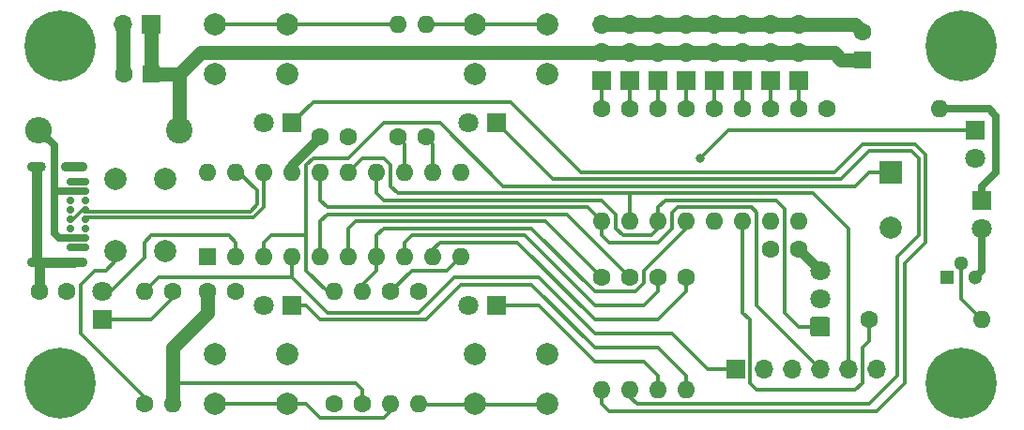
<source format=gbr>
%TF.GenerationSoftware,KiCad,Pcbnew,(5.1.10-1-10_14)*%
%TF.CreationDate,2021-05-17T23:03:08-04:00*%
%TF.ProjectId,UBMP4.1,55424d50-342e-4312-9e6b-696361645f70,0*%
%TF.SameCoordinates,Original*%
%TF.FileFunction,Copper,L2,Bot*%
%TF.FilePolarity,Positive*%
%FSLAX46Y46*%
G04 Gerber Fmt 4.6, Leading zero omitted, Abs format (unit mm)*
G04 Created by KiCad (PCBNEW (5.1.10-1-10_14)) date 2021-05-17 23:03:08*
%MOMM*%
%LPD*%
G01*
G04 APERTURE LIST*
%TA.AperFunction,ComponentPad*%
%ADD10R,1.800000X1.800000*%
%TD*%
%TA.AperFunction,ComponentPad*%
%ADD11C,1.800000*%
%TD*%
%TA.AperFunction,ComponentPad*%
%ADD12C,2.000000*%
%TD*%
%TA.AperFunction,ComponentPad*%
%ADD13R,2.000000X2.000000*%
%TD*%
%TA.AperFunction,ComponentPad*%
%ADD14O,1.600000X1.600000*%
%TD*%
%TA.AperFunction,ComponentPad*%
%ADD15C,1.600000*%
%TD*%
%TA.AperFunction,ComponentPad*%
%ADD16R,1.700000X1.700000*%
%TD*%
%TA.AperFunction,ComponentPad*%
%ADD17O,1.700000X1.700000*%
%TD*%
%TA.AperFunction,ComponentPad*%
%ADD18O,1.700000X0.900000*%
%TD*%
%TA.AperFunction,ComponentPad*%
%ADD19O,2.400000X0.900000*%
%TD*%
%TA.AperFunction,ComponentPad*%
%ADD20C,0.700000*%
%TD*%
%TA.AperFunction,ComponentPad*%
%ADD21R,1.600000X1.600000*%
%TD*%
%TA.AperFunction,ComponentPad*%
%ADD22R,1.300000X1.300000*%
%TD*%
%TA.AperFunction,ComponentPad*%
%ADD23C,1.300000*%
%TD*%
%TA.AperFunction,ComponentPad*%
%ADD24C,6.400000*%
%TD*%
%TA.AperFunction,ComponentPad*%
%ADD25O,2.400000X2.400000*%
%TD*%
%TA.AperFunction,ComponentPad*%
%ADD26C,2.400000*%
%TD*%
%TA.AperFunction,ViaPad*%
%ADD27C,0.812800*%
%TD*%
%TA.AperFunction,Conductor*%
%ADD28C,0.635000*%
%TD*%
%TA.AperFunction,Conductor*%
%ADD29C,1.270000*%
%TD*%
%TA.AperFunction,Conductor*%
%ADD30C,0.304800*%
%TD*%
%TA.AperFunction,Conductor*%
%ADD31C,0.889000*%
%TD*%
%TA.AperFunction,Conductor*%
%ADD32C,0.203200*%
%TD*%
G04 APERTURE END LIST*
D10*
%TO.P,D2,2*%
%TO.N,Net-(D2-Pad2)*%
X188595000Y-100330000D03*
D11*
%TO.P,D2,1*%
%TO.N,Net-(D2-Pad1)*%
X188595000Y-102870000D03*
%TD*%
D10*
%TO.P,D6,2*%
%TO.N,Net-(D6-Pad2)*%
X126365000Y-109855000D03*
D11*
%TO.P,D6,1*%
%TO.N,GND*%
X123825000Y-109855000D03*
%TD*%
D10*
%TO.P,D5,2*%
%TO.N,Net-(D5-Pad2)*%
X144780000Y-109855000D03*
D11*
%TO.P,D5,1*%
%TO.N,GND*%
X142240000Y-109855000D03*
%TD*%
D10*
%TO.P,D4,2*%
%TO.N,Net-(D4-Pad2)*%
X144780000Y-93345000D03*
D11*
%TO.P,D4,1*%
%TO.N,GND*%
X142240000Y-93345000D03*
%TD*%
D10*
%TO.P,D3,2*%
%TO.N,Net-(D3-Pad2)*%
X126365000Y-93345000D03*
D11*
%TO.P,D3,1*%
%TO.N,GND*%
X123825000Y-93345000D03*
%TD*%
D10*
%TO.P,D1,2*%
%TO.N,Net-(D1-Pad2)*%
X109220000Y-111125000D03*
D11*
%TO.P,D1,1*%
%TO.N,Net-(D1-Pad1)*%
X109220000Y-108585000D03*
%TD*%
D12*
%TO.P,LS1,2*%
%TO.N,GND*%
X180340000Y-102790000D03*
D13*
%TO.P,LS1,1*%
%TO.N,Net-(LS1-Pad1)*%
X180340000Y-97790000D03*
%TD*%
D14*
%TO.P,R9,2*%
%TO.N,Net-(D4-Pad2)*%
X156845000Y-117475000D03*
D15*
%TO.P,R9,1*%
%TO.N,Net-(R17-Pad2)*%
X156845000Y-107315000D03*
%TD*%
D14*
%TO.P,R11,2*%
%TO.N,Net-(D6-Pad2)*%
X161925000Y-117475000D03*
D15*
%TO.P,R11,1*%
%TO.N,Net-(R11-Pad1)*%
X161925000Y-107315000D03*
%TD*%
D16*
%TO.P,H9,1*%
%TO.N,/Vpp*%
X166370000Y-115570000D03*
D17*
%TO.P,H9,2*%
%TO.N,+5V*%
X168910000Y-115570000D03*
%TO.P,H9,3*%
%TO.N,GND*%
X171450000Y-115570000D03*
%TO.P,H9,4*%
%TO.N,Net-(H9-Pad4)*%
X173990000Y-115570000D03*
%TO.P,H9,5*%
%TO.N,Net-(H9-Pad5)*%
X176530000Y-115570000D03*
%TO.P,H9,6*%
%TO.N,Net-(H9-Pad6)*%
X179070000Y-115570000D03*
%TD*%
D14*
%TO.P,R19,2*%
%TO.N,Net-(R11-Pad1)*%
X172085000Y-102235000D03*
D15*
%TO.P,R19,1*%
%TO.N,Net-(H8-Pad1)*%
X172085000Y-92075000D03*
%TD*%
D14*
%TO.P,R18,2*%
%TO.N,Net-(R10-Pad1)*%
X169545000Y-102235000D03*
D15*
%TO.P,R18,1*%
%TO.N,Net-(H7-Pad1)*%
X169545000Y-92075000D03*
%TD*%
D14*
%TO.P,R17,2*%
%TO.N,Net-(R17-Pad2)*%
X167005000Y-102235000D03*
D15*
%TO.P,R17,1*%
%TO.N,Net-(H6-Pad1)*%
X167005000Y-92075000D03*
%TD*%
D14*
%TO.P,R16,2*%
%TO.N,Net-(R16-Pad2)*%
X164465000Y-102235000D03*
D15*
%TO.P,R16,1*%
%TO.N,Net-(H5-Pad1)*%
X164465000Y-92075000D03*
%TD*%
D18*
%TO.P,J1,S1*%
%TO.N,Net-(C3-Pad2)*%
X103336000Y-105928200D03*
X103336000Y-97278200D03*
D19*
X106716000Y-105928200D03*
X106716000Y-97278200D03*
D20*
%TO.P,J1,B6*%
%TO.N,/D+*%
X106346000Y-102028200D03*
%TO.P,J1,B1*%
%TO.N,GND*%
X106346000Y-104578200D03*
%TO.P,J1,B4*%
%TO.N,Net-(FB1-Pad2)*%
X106346000Y-103728200D03*
%TO.P,J1,B5*%
%TO.N,Net-(J1-PadB5)*%
X106346000Y-102878200D03*
%TO.P,J1,B12*%
%TO.N,GND*%
X106346000Y-98628200D03*
%TO.P,J1,B8*%
%TO.N,Net-(J1-PadB8)*%
X106346000Y-100328200D03*
%TO.P,J1,B7*%
%TO.N,/D-*%
X106346000Y-101178200D03*
%TO.P,J1,B9*%
%TO.N,Net-(FB1-Pad2)*%
X106346000Y-99478200D03*
%TO.P,J1,A12*%
%TO.N,GND*%
X107696000Y-104578200D03*
%TO.P,J1,A9*%
%TO.N,Net-(FB1-Pad2)*%
X107696000Y-103728200D03*
%TO.P,J1,A8*%
%TO.N,Net-(J1-PadA8)*%
X107696000Y-102878200D03*
%TO.P,J1,A7*%
%TO.N,/D-*%
X107696000Y-102028200D03*
%TO.P,J1,A6*%
%TO.N,/D+*%
X107696000Y-101178200D03*
%TO.P,J1,A5*%
%TO.N,Net-(J1-PadA5)*%
X107696000Y-100328200D03*
%TO.P,J1,A4*%
%TO.N,Net-(FB1-Pad2)*%
X107696000Y-99478200D03*
%TO.P,J1,A1*%
%TO.N,GND*%
X107696000Y-98628200D03*
%TD*%
D17*
%TO.P,BT1,2*%
%TO.N,GND*%
X111125000Y-84455000D03*
D16*
%TO.P,BT1,1*%
%TO.N,+5V*%
X113665000Y-84455000D03*
%TD*%
D12*
%TO.P,SW3,1*%
%TO.N,GND*%
X142875000Y-88955000D03*
%TO.P,SW3,2*%
%TO.N,Net-(R4-Pad2)*%
X142875000Y-84455000D03*
%TO.P,SW3,1*%
%TO.N,GND*%
X149375000Y-88955000D03*
%TO.P,SW3,2*%
%TO.N,Net-(R4-Pad2)*%
X149375000Y-84455000D03*
%TD*%
D11*
%TO.P,U2,3*%
%TO.N,+5V*%
X173990000Y-106680000D03*
%TO.P,U2,2*%
%TO.N,GND*%
X173990000Y-109220000D03*
%TO.P,U2,1*%
%TO.N,Net-(R14-Pad2)*%
%TA.AperFunction,ComponentPad*%
G36*
G01*
X174639800Y-112660000D02*
X173340200Y-112660000D01*
G75*
G02*
X173090000Y-112409800I0J250200D01*
G01*
X173090000Y-111110200D01*
G75*
G02*
X173340200Y-110860000I250200J0D01*
G01*
X174639800Y-110860000D01*
G75*
G02*
X174890000Y-111110200I0J-250200D01*
G01*
X174890000Y-112409800D01*
G75*
G02*
X174639800Y-112660000I-250200J0D01*
G01*
G37*
%TD.AperFunction*%
%TD*%
D14*
%TO.P,U1,20*%
%TO.N,GND*%
X118745000Y-97790000D03*
%TO.P,U1,10*%
%TO.N,Net-(R6-Pad1)*%
X141605000Y-105410000D03*
%TO.P,U1,19*%
%TO.N,/D+*%
X121285000Y-97790000D03*
%TO.P,U1,9*%
%TO.N,Net-(R11-Pad1)*%
X139065000Y-105410000D03*
%TO.P,U1,18*%
%TO.N,/D-*%
X123825000Y-97790000D03*
%TO.P,U1,8*%
%TO.N,Net-(R10-Pad1)*%
X136525000Y-105410000D03*
%TO.P,U1,17*%
%TO.N,Net-(C4-Pad1)*%
X126365000Y-97790000D03*
%TO.P,U1,7*%
%TO.N,Net-(Q1-Pad1)*%
X133985000Y-105410000D03*
%TO.P,U1,16*%
%TO.N,Net-(H9-Pad4)*%
X128905000Y-97790000D03*
%TO.P,U1,6*%
%TO.N,Net-(R16-Pad2)*%
X131445000Y-105410000D03*
%TO.P,U1,15*%
%TO.N,Net-(H9-Pad5)*%
X131445000Y-97790000D03*
%TO.P,U1,5*%
%TO.N,Net-(R17-Pad2)*%
X128905000Y-105410000D03*
%TO.P,U1,14*%
%TO.N,Net-(R14-Pad2)*%
X133985000Y-97790000D03*
%TO.P,U1,4*%
%TO.N,/Vpp*%
X126365000Y-105410000D03*
%TO.P,U1,13*%
%TO.N,Net-(R3-Pad1)*%
X136525000Y-97790000D03*
%TO.P,U1,3*%
%TO.N,Net-(LS1-Pad1)*%
X123825000Y-105410000D03*
%TO.P,U1,12*%
%TO.N,Net-(R4-Pad1)*%
X139065000Y-97790000D03*
%TO.P,U1,2*%
%TO.N,Net-(D1-Pad1)*%
X121285000Y-105410000D03*
%TO.P,U1,11*%
%TO.N,Net-(R5-Pad1)*%
X141605000Y-97790000D03*
D21*
%TO.P,U1,1*%
%TO.N,+5V*%
X118745000Y-105410000D03*
%TD*%
D12*
%TO.P,SW5,1*%
%TO.N,GND*%
X125880000Y-114245000D03*
%TO.P,SW5,2*%
%TO.N,Net-(R6-Pad2)*%
X125880000Y-118745000D03*
%TO.P,SW5,1*%
%TO.N,GND*%
X119380000Y-114245000D03*
%TO.P,SW5,2*%
%TO.N,Net-(R6-Pad2)*%
X119380000Y-118745000D03*
%TD*%
%TO.P,SW4,1*%
%TO.N,GND*%
X149375000Y-114245000D03*
%TO.P,SW4,2*%
%TO.N,Net-(R5-Pad2)*%
X149375000Y-118745000D03*
%TO.P,SW4,1*%
%TO.N,GND*%
X142875000Y-114245000D03*
%TO.P,SW4,2*%
%TO.N,Net-(R5-Pad2)*%
X142875000Y-118745000D03*
%TD*%
%TO.P,SW2,1*%
%TO.N,GND*%
X119380000Y-88955000D03*
%TO.P,SW2,2*%
%TO.N,Net-(R3-Pad2)*%
X119380000Y-84455000D03*
%TO.P,SW2,1*%
%TO.N,GND*%
X125880000Y-88955000D03*
%TO.P,SW2,2*%
%TO.N,Net-(R3-Pad2)*%
X125880000Y-84455000D03*
%TD*%
%TO.P,SW1,1*%
%TO.N,GND*%
X114935000Y-104925000D03*
%TO.P,SW1,2*%
%TO.N,Net-(R1-Pad1)*%
X110435000Y-104925000D03*
%TO.P,SW1,1*%
%TO.N,GND*%
X114935000Y-98425000D03*
%TO.P,SW1,2*%
%TO.N,Net-(R1-Pad1)*%
X110435000Y-98425000D03*
%TD*%
D14*
%TO.P,R21,2*%
%TO.N,Net-(Q2-Pad2)*%
X188595000Y-111125000D03*
D15*
%TO.P,R21,1*%
%TO.N,Net-(R17-Pad2)*%
X178435000Y-111125000D03*
%TD*%
D14*
%TO.P,R22,2*%
%TO.N,Net-(D2-Pad2)*%
X184785000Y-92075000D03*
D15*
%TO.P,R22,1*%
%TO.N,+5V*%
X174625000Y-92075000D03*
%TD*%
D14*
%TO.P,R20,2*%
%TO.N,Net-(LS1-Pad1)*%
X130175000Y-108585000D03*
D15*
%TO.P,R20,1*%
%TO.N,GND*%
X130175000Y-118745000D03*
%TD*%
D14*
%TO.P,R15,2*%
%TO.N,Net-(Q1-Pad1)*%
X161925000Y-102235000D03*
D15*
%TO.P,R15,1*%
%TO.N,Net-(H4-Pad1)*%
X161925000Y-92075000D03*
%TD*%
D14*
%TO.P,R14,2*%
%TO.N,Net-(R14-Pad2)*%
X159385000Y-102235000D03*
D15*
%TO.P,R14,1*%
%TO.N,Net-(H3-Pad1)*%
X159385000Y-92075000D03*
%TD*%
D14*
%TO.P,R13,2*%
%TO.N,Net-(H9-Pad5)*%
X156845000Y-102235000D03*
D15*
%TO.P,R13,1*%
%TO.N,Net-(H2-Pad1)*%
X156845000Y-92075000D03*
%TD*%
D14*
%TO.P,R12,2*%
%TO.N,Net-(H9-Pad4)*%
X154305000Y-102235000D03*
D15*
%TO.P,R12,1*%
%TO.N,Net-(H1-Pad1)*%
X154305000Y-92075000D03*
%TD*%
D14*
%TO.P,R10,2*%
%TO.N,Net-(D5-Pad2)*%
X159385000Y-117475000D03*
D15*
%TO.P,R10,1*%
%TO.N,Net-(R10-Pad1)*%
X159385000Y-107315000D03*
%TD*%
D14*
%TO.P,R8,2*%
%TO.N,Net-(D3-Pad2)*%
X154305000Y-117475000D03*
D15*
%TO.P,R8,1*%
%TO.N,Net-(R16-Pad2)*%
X154305000Y-107315000D03*
%TD*%
D14*
%TO.P,R7,2*%
%TO.N,Net-(Q1-Pad1)*%
X132715000Y-108585000D03*
D15*
%TO.P,R7,1*%
%TO.N,+5V*%
X132715000Y-118745000D03*
%TD*%
D14*
%TO.P,R6,2*%
%TO.N,Net-(R6-Pad2)*%
X135255000Y-118745000D03*
D15*
%TO.P,R6,1*%
%TO.N,Net-(R6-Pad1)*%
X135255000Y-108585000D03*
%TD*%
D14*
%TO.P,R5,2*%
%TO.N,Net-(R5-Pad2)*%
X137795000Y-118745000D03*
D15*
%TO.P,R5,1*%
%TO.N,Net-(R5-Pad1)*%
X137795000Y-108585000D03*
%TD*%
D14*
%TO.P,R4,2*%
%TO.N,Net-(R4-Pad2)*%
X138430000Y-84455000D03*
D15*
%TO.P,R4,1*%
%TO.N,Net-(R4-Pad1)*%
X138430000Y-94615000D03*
%TD*%
D14*
%TO.P,R3,2*%
%TO.N,Net-(R3-Pad2)*%
X135890000Y-84455000D03*
D15*
%TO.P,R3,1*%
%TO.N,Net-(R3-Pad1)*%
X135890000Y-94615000D03*
%TD*%
D14*
%TO.P,R2,2*%
%TO.N,+5V*%
X115570000Y-118745000D03*
D15*
%TO.P,R2,1*%
%TO.N,Net-(D1-Pad2)*%
X115570000Y-108585000D03*
%TD*%
D14*
%TO.P,R1,2*%
%TO.N,/Vpp*%
X113030000Y-108585000D03*
D15*
%TO.P,R1,1*%
%TO.N,Net-(R1-Pad1)*%
X113030000Y-118745000D03*
%TD*%
D22*
%TO.P,Q2,1*%
%TO.N,GND*%
X185420000Y-107315000D03*
D23*
%TO.P,Q2,3*%
%TO.N,Net-(D2-Pad1)*%
X187960000Y-107315000D03*
%TO.P,Q2,2*%
%TO.N,Net-(Q2-Pad2)*%
X186690000Y-106045000D03*
%TD*%
D11*
%TO.P,Q1,2*%
%TO.N,GND*%
X187960000Y-96520000D03*
D10*
%TO.P,Q1,1*%
%TO.N,Net-(Q1-Pad1)*%
X187960000Y-93980000D03*
%TD*%
D24*
%TO.P,MH4,1*%
%TO.N,N/C*%
X105410000Y-116840000D03*
%TD*%
%TO.P,MH3,1*%
%TO.N,N/C*%
X186690000Y-116840000D03*
%TD*%
%TO.P,MH2,1*%
%TO.N,N/C*%
X186690000Y-86360000D03*
%TD*%
%TO.P,MH1,1*%
%TO.N,N/C*%
X105410000Y-86360000D03*
%TD*%
D17*
%TO.P,H8,3*%
%TO.N,GND*%
X172085000Y-84455000D03*
%TO.P,H8,2*%
%TO.N,+5V*%
X172085000Y-86995000D03*
D16*
%TO.P,H8,1*%
%TO.N,Net-(H8-Pad1)*%
X172085000Y-89535000D03*
%TD*%
D17*
%TO.P,H7,3*%
%TO.N,GND*%
X169545000Y-84455000D03*
%TO.P,H7,2*%
%TO.N,+5V*%
X169545000Y-86995000D03*
D16*
%TO.P,H7,1*%
%TO.N,Net-(H7-Pad1)*%
X169545000Y-89535000D03*
%TD*%
D17*
%TO.P,H6,3*%
%TO.N,GND*%
X167005000Y-84455000D03*
%TO.P,H6,2*%
%TO.N,+5V*%
X167005000Y-86995000D03*
D16*
%TO.P,H6,1*%
%TO.N,Net-(H6-Pad1)*%
X167005000Y-89535000D03*
%TD*%
D17*
%TO.P,H5,3*%
%TO.N,GND*%
X164465000Y-84455000D03*
%TO.P,H5,2*%
%TO.N,+5V*%
X164465000Y-86995000D03*
D16*
%TO.P,H5,1*%
%TO.N,Net-(H5-Pad1)*%
X164465000Y-89535000D03*
%TD*%
D17*
%TO.P,H4,3*%
%TO.N,GND*%
X161925000Y-84455000D03*
%TO.P,H4,2*%
%TO.N,+5V*%
X161925000Y-86995000D03*
D16*
%TO.P,H4,1*%
%TO.N,Net-(H4-Pad1)*%
X161925000Y-89535000D03*
%TD*%
D17*
%TO.P,H3,3*%
%TO.N,GND*%
X159385000Y-84455000D03*
%TO.P,H3,2*%
%TO.N,+5V*%
X159385000Y-86995000D03*
D16*
%TO.P,H3,1*%
%TO.N,Net-(H3-Pad1)*%
X159385000Y-89535000D03*
%TD*%
D17*
%TO.P,H2,3*%
%TO.N,GND*%
X156845000Y-84455000D03*
%TO.P,H2,2*%
%TO.N,+5V*%
X156845000Y-86995000D03*
D16*
%TO.P,H2,1*%
%TO.N,Net-(H2-Pad1)*%
X156845000Y-89535000D03*
%TD*%
D17*
%TO.P,H1,3*%
%TO.N,GND*%
X154305000Y-84455000D03*
%TO.P,H1,2*%
%TO.N,+5V*%
X154305000Y-86995000D03*
D16*
%TO.P,H1,1*%
%TO.N,Net-(H1-Pad1)*%
X154305000Y-89535000D03*
%TD*%
D25*
%TO.P,FB1,2*%
%TO.N,Net-(FB1-Pad2)*%
X103505000Y-93980000D03*
D26*
%TO.P,FB1,1*%
%TO.N,+5V*%
X116205000Y-93980000D03*
%TD*%
D15*
%TO.P,C6,2*%
%TO.N,GND*%
X177800000Y-85130000D03*
D21*
%TO.P,C6,1*%
%TO.N,+5V*%
X177800000Y-87630000D03*
%TD*%
D15*
%TO.P,C5,2*%
%TO.N,GND*%
X169545000Y-104775000D03*
%TO.P,C5,1*%
%TO.N,+5V*%
X172045000Y-104775000D03*
%TD*%
%TO.P,C4,2*%
%TO.N,GND*%
X131405000Y-94615000D03*
%TO.P,C4,1*%
%TO.N,Net-(C4-Pad1)*%
X128905000Y-94615000D03*
%TD*%
%TO.P,C3,2*%
%TO.N,Net-(C3-Pad2)*%
X103545000Y-108585000D03*
%TO.P,C3,1*%
%TO.N,GND*%
X106045000Y-108585000D03*
%TD*%
%TO.P,C2,2*%
%TO.N,GND*%
X121245000Y-108585000D03*
%TO.P,C2,1*%
%TO.N,+5V*%
X118745000Y-108585000D03*
%TD*%
%TO.P,C1,2*%
%TO.N,GND*%
X111165000Y-88900000D03*
D21*
%TO.P,C1,1*%
%TO.N,+5V*%
X113665000Y-88900000D03*
%TD*%
D27*
%TO.N,Net-(Q1-Pad1)*%
X163195000Y-96520000D03*
%TD*%
D28*
%TO.N,GND*%
X107696000Y-104578200D02*
X106346000Y-104578200D01*
X107696000Y-98628200D02*
X106346000Y-98628200D01*
D29*
X154305000Y-84455000D02*
X156845000Y-84455000D01*
X156845000Y-84455000D02*
X159385000Y-84455000D01*
X159385000Y-84455000D02*
X161925000Y-84455000D01*
X161925000Y-84455000D02*
X164465000Y-84455000D01*
X164465000Y-84455000D02*
X167005000Y-84455000D01*
X167005000Y-84455000D02*
X169545000Y-84455000D01*
X169545000Y-84455000D02*
X172085000Y-84455000D01*
X177125000Y-84455000D02*
X177800000Y-85130000D01*
X172085000Y-84455000D02*
X177125000Y-84455000D01*
D30*
X111125000Y-88860000D02*
X111165000Y-88900000D01*
D29*
X111125000Y-84455000D02*
X111125000Y-88860000D01*
%TO.N,+5V*%
X113665000Y-88900000D02*
X115570000Y-88900000D01*
X113665000Y-84455000D02*
X113665000Y-88900000D01*
D30*
X132080000Y-116840000D02*
X116205000Y-116840000D01*
D29*
X115570000Y-88900000D02*
X116205000Y-88900000D01*
X116205000Y-88900000D02*
X116205000Y-93980000D01*
X175895000Y-87630000D02*
X177800000Y-87630000D01*
X175260000Y-86995000D02*
X175895000Y-87630000D01*
X175260000Y-86995000D02*
X172085000Y-86995000D01*
X172085000Y-86995000D02*
X169545000Y-86995000D01*
X169545000Y-86995000D02*
X167005000Y-86995000D01*
X167005000Y-86995000D02*
X164465000Y-86995000D01*
X164465000Y-86995000D02*
X161925000Y-86995000D01*
X161925000Y-86995000D02*
X159385000Y-86995000D01*
X159385000Y-86995000D02*
X156845000Y-86995000D01*
X156845000Y-86995000D02*
X154305000Y-86995000D01*
X118110000Y-86995000D02*
X116205000Y-88900000D01*
X154305000Y-86995000D02*
X118110000Y-86995000D01*
X115570000Y-116840000D02*
X115570000Y-118745000D01*
X115570000Y-113665000D02*
X115570000Y-116840000D01*
X118745000Y-110490000D02*
X115570000Y-113665000D01*
X118745000Y-108585000D02*
X118745000Y-110490000D01*
D30*
X132080000Y-116840000D02*
X132715000Y-117475000D01*
X132715000Y-117475000D02*
X132715000Y-118745000D01*
D31*
X172085000Y-104775000D02*
X173990000Y-106680000D01*
D28*
X172045000Y-104775000D02*
X172085000Y-104775000D01*
D30*
%TO.N,Net-(C3-Pad2)*%
X103331000Y-105933200D02*
X103336000Y-105928200D01*
D31*
X103336000Y-105928200D02*
X106716000Y-105928200D01*
X103336000Y-97278200D02*
X103336000Y-105928200D01*
X103291000Y-105973200D02*
X103336000Y-105928200D01*
X103545000Y-108585000D02*
X103545000Y-105973200D01*
%TO.N,Net-(C4-Pad1)*%
X126365000Y-97155000D02*
X126365000Y-97790000D01*
X128905000Y-94615000D02*
X126365000Y-97155000D01*
D30*
%TO.N,Net-(D1-Pad2)*%
X113665000Y-111125000D02*
X109220000Y-111125000D01*
X116205000Y-108585000D02*
X113665000Y-111125000D01*
%TO.N,Net-(D1-Pad1)*%
X121285000Y-104140000D02*
X121285000Y-105410000D01*
X113665000Y-103505000D02*
X120650000Y-103505000D01*
X109220000Y-108585000D02*
X109079399Y-108444399D01*
X113030000Y-105508145D02*
X113030000Y-104140000D01*
X120650000Y-103505000D02*
X121285000Y-104140000D01*
X110093746Y-108444399D02*
X113030000Y-105508145D01*
X109079399Y-108444399D02*
X110093746Y-108444399D01*
X113030000Y-104140000D02*
X113665000Y-103505000D01*
D28*
%TO.N,Net-(D2-Pad2)*%
X189865000Y-97790000D02*
X188595000Y-99060000D01*
X189865000Y-92710000D02*
X189865000Y-97790000D01*
X188595000Y-99060000D02*
X188595000Y-100330000D01*
X189230000Y-92075000D02*
X189865000Y-92710000D01*
X184785000Y-92075000D02*
X189230000Y-92075000D01*
%TO.N,Net-(D2-Pad1)*%
X188595000Y-102870000D02*
X188595000Y-106680000D01*
X188595000Y-106680000D02*
X187960000Y-107315000D01*
D30*
%TO.N,Net-(D3-Pad2)*%
X154305000Y-118745000D02*
X154305000Y-117475000D01*
X154940000Y-119380000D02*
X154305000Y-118745000D01*
X179070000Y-119380000D02*
X154940000Y-119380000D01*
X181610000Y-116840000D02*
X179070000Y-119380000D01*
X183515000Y-104140000D02*
X181610000Y-106045000D01*
X183515000Y-96202500D02*
X183515000Y-104140000D01*
X182562500Y-95250000D02*
X183515000Y-96202500D01*
X126365000Y-93345000D02*
X128270000Y-91440000D01*
X146050000Y-91440000D02*
X152400000Y-97790000D01*
X175260000Y-97790000D02*
X177800000Y-95250000D01*
X177800000Y-95250000D02*
X182562500Y-95250000D01*
X128270000Y-91440000D02*
X146050000Y-91440000D01*
X152400000Y-97790000D02*
X175260000Y-97790000D01*
X181610000Y-106045000D02*
X181610000Y-116840000D01*
%TO.N,Net-(D4-Pad2)*%
X178435000Y-118745000D02*
X157480000Y-118745000D01*
X180975000Y-116205000D02*
X178435000Y-118745000D01*
X180975000Y-105410000D02*
X180975000Y-116205000D01*
X182880000Y-103505000D02*
X180975000Y-105410000D01*
X149860000Y-98425000D02*
X175895000Y-98425000D01*
X182880000Y-96520000D02*
X182880000Y-103505000D01*
X182245000Y-95885000D02*
X182880000Y-96520000D01*
X156845000Y-118110000D02*
X156845000Y-117475000D01*
X144780000Y-93345000D02*
X149860000Y-98425000D01*
X178435000Y-95885000D02*
X182245000Y-95885000D01*
X175895000Y-98425000D02*
X178435000Y-95885000D01*
X157480000Y-118745000D02*
X156845000Y-118110000D01*
%TO.N,Net-(D5-Pad2)*%
X158115000Y-114935000D02*
X159385000Y-116205000D01*
X159385000Y-116205000D02*
X159385000Y-117475000D01*
X148590000Y-109855000D02*
X153670000Y-114935000D01*
X153670000Y-114935000D02*
X158115000Y-114935000D01*
X144780000Y-109855000D02*
X148590000Y-109855000D01*
%TO.N,Net-(D6-Pad2)*%
X127635000Y-109855000D02*
X126365000Y-109855000D01*
X141605000Y-107950000D02*
X138430000Y-111125000D01*
X128905000Y-111125000D02*
X127635000Y-109855000D01*
X147955000Y-107950000D02*
X141605000Y-107950000D01*
X138430000Y-111125000D02*
X128905000Y-111125000D01*
X153670000Y-113665000D02*
X147955000Y-107950000D01*
X159385000Y-113665000D02*
X153670000Y-113665000D01*
X161925000Y-116205000D02*
X159385000Y-113665000D01*
X161925000Y-117475000D02*
X161925000Y-116205000D01*
D28*
%TO.N,Net-(FB1-Pad2)*%
X105303000Y-103728200D02*
X106346000Y-103728200D01*
X104902000Y-103327200D02*
X105303000Y-103728200D01*
X106346000Y-103728200D02*
X107696000Y-103728200D01*
X106346000Y-99478200D02*
X107696000Y-99478200D01*
X106346000Y-99478200D02*
X104913800Y-99478200D01*
X104913800Y-99478200D02*
X104902000Y-99466400D01*
X104902000Y-99466400D02*
X104902000Y-103327200D01*
X104902000Y-98552000D02*
X104902000Y-99466400D01*
X104902000Y-95377000D02*
X104902000Y-98552000D01*
X103505000Y-93980000D02*
X104902000Y-95377000D01*
X103251000Y-93980000D02*
X103505000Y-93980000D01*
D30*
%TO.N,Net-(H1-Pad1)*%
X154305000Y-89535000D02*
X154305000Y-92075000D01*
%TO.N,Net-(H2-Pad1)*%
X156845000Y-89535000D02*
X156845000Y-92075000D01*
%TO.N,Net-(H3-Pad1)*%
X159385000Y-89535000D02*
X159385000Y-92075000D01*
%TO.N,Net-(H4-Pad1)*%
X161925000Y-89535000D02*
X161925000Y-92075000D01*
%TO.N,Net-(H5-Pad1)*%
X164465000Y-89535000D02*
X164465000Y-92075000D01*
%TO.N,Net-(H6-Pad1)*%
X167005000Y-89535000D02*
X167005000Y-92075000D01*
%TO.N,Net-(H7-Pad1)*%
X169545000Y-89535000D02*
X169545000Y-92075000D01*
%TO.N,Net-(H8-Pad1)*%
X172085000Y-89535000D02*
X172085000Y-92075000D01*
%TO.N,Net-(H9-Pad5)*%
X156845000Y-99695000D02*
X173355000Y-99695000D01*
X173355000Y-99695000D02*
X176530000Y-102870000D01*
X176530000Y-102870000D02*
X176530000Y-115570000D01*
X156845000Y-99695000D02*
X156845000Y-102235000D01*
X156845000Y-99695000D02*
X135890000Y-99695000D01*
X156845000Y-101600000D02*
X156845000Y-102235000D01*
X135890000Y-99695000D02*
X139065000Y-99695000D01*
X131445000Y-97790000D02*
X132715000Y-96520000D01*
X132715000Y-96520000D02*
X134620000Y-96520000D01*
X134620000Y-96520000D02*
X135255000Y-97155000D01*
X135255000Y-97155000D02*
X135255000Y-99060000D01*
X135255000Y-99060000D02*
X135890000Y-99695000D01*
%TO.N,Net-(H9-Pad4)*%
X168275000Y-109855000D02*
X172085000Y-113665000D01*
X172085000Y-113665000D02*
X173990000Y-115570000D01*
X167822553Y-100965000D02*
X168275000Y-101417447D01*
X161107447Y-100965000D02*
X167822553Y-100965000D01*
X168275000Y-101417447D02*
X168275000Y-109855000D01*
X154305000Y-103505000D02*
X154940000Y-104140000D01*
X154940000Y-104140000D02*
X159385000Y-104140000D01*
X159385000Y-104140000D02*
X160655000Y-102870000D01*
X160655000Y-102870000D02*
X160655000Y-101417447D01*
X160655000Y-101417447D02*
X161107447Y-100965000D01*
X154305000Y-102235000D02*
X154305000Y-103505000D01*
X153035000Y-100965000D02*
X154305000Y-102235000D01*
X129540000Y-100965000D02*
X153035000Y-100965000D01*
X128905000Y-100330000D02*
X129540000Y-100965000D01*
X128905000Y-97790000D02*
X128905000Y-100330000D01*
%TO.N,/Vpp*%
X126365000Y-107315000D02*
X126365000Y-105410000D01*
X126365000Y-107315000D02*
X114300000Y-107315000D01*
X114300000Y-107315000D02*
X113030000Y-108585000D01*
X163830000Y-115570000D02*
X166370000Y-115570000D01*
X137795000Y-110490000D02*
X140970000Y-107315000D01*
X160655000Y-112395000D02*
X163830000Y-115570000D01*
X140970000Y-107315000D02*
X148590000Y-107315000D01*
X129540000Y-110490000D02*
X137795000Y-110490000D01*
X148590000Y-107315000D02*
X153670000Y-112395000D01*
X153670000Y-112395000D02*
X160655000Y-112395000D01*
X126365000Y-107315000D02*
X129540000Y-110490000D01*
%TO.N,Net-(LS1-Pad1)*%
X123825000Y-105410000D02*
X123825000Y-104140000D01*
X124460000Y-103505000D02*
X127635000Y-103505000D01*
X123825000Y-104140000D02*
X124460000Y-103505000D01*
X127635000Y-106680000D02*
X129540000Y-108585000D01*
X127635000Y-103505000D02*
X127635000Y-106680000D01*
X130175000Y-108585000D02*
X129540000Y-108585000D01*
X145415000Y-99060000D02*
X177165000Y-99060000D01*
X134620000Y-93345000D02*
X139700000Y-93345000D01*
X131445000Y-96520000D02*
X134620000Y-93345000D01*
X177165000Y-99060000D02*
X178435000Y-97790000D01*
X139700000Y-93345000D02*
X145415000Y-99060000D01*
X128270000Y-96520000D02*
X131445000Y-96520000D01*
X178435000Y-97790000D02*
X180340000Y-97790000D01*
X127635000Y-97155000D02*
X128270000Y-96520000D01*
X127635000Y-103505000D02*
X127635000Y-97155000D01*
%TO.N,Net-(Q1-Pad1)*%
X133985000Y-106680000D02*
X132715000Y-107950000D01*
X132715000Y-107950000D02*
X132715000Y-108585000D01*
X133985000Y-105410000D02*
X133985000Y-106680000D01*
X165735000Y-93980000D02*
X163195000Y-96520000D01*
X187960000Y-93980000D02*
X165735000Y-93980000D01*
X161925000Y-102870000D02*
X161925000Y-102235000D01*
X158115000Y-106680000D02*
X161925000Y-102870000D01*
X158115000Y-107835601D02*
X158115000Y-106680000D01*
X153670000Y-108585000D02*
X157365601Y-108585000D01*
X147955000Y-102870000D02*
X153670000Y-108585000D01*
X133985000Y-105410000D02*
X133985000Y-103505000D01*
X134620000Y-102870000D02*
X147955000Y-102870000D01*
X157365601Y-108585000D02*
X158115000Y-107835601D01*
X133985000Y-103505000D02*
X134620000Y-102870000D01*
%TO.N,Net-(Q2-Pad2)*%
X186690000Y-106045000D02*
X186690000Y-109220000D01*
X186690000Y-109220000D02*
X188595000Y-111125000D01*
%TO.N,Net-(R1-Pad1)*%
X113030000Y-118110000D02*
X113030000Y-118745000D01*
X107315000Y-112395000D02*
X113030000Y-118110000D01*
X110435000Y-104925000D02*
X110435000Y-105782500D01*
X107315000Y-107950000D02*
X107315000Y-112395000D01*
X108585000Y-106680000D02*
X107315000Y-107950000D01*
X109537500Y-106680000D02*
X108585000Y-106680000D01*
X110435000Y-105782500D02*
X109537500Y-106680000D01*
%TO.N,Net-(R3-Pad2)*%
X136470000Y-84400000D02*
X136525000Y-84455000D01*
X135890000Y-84455000D02*
X125880000Y-84455000D01*
X125880000Y-84455000D02*
X119380000Y-84455000D01*
%TO.N,Net-(R3-Pad1)*%
X135890000Y-94615000D02*
X136525000Y-95250000D01*
X136525000Y-95250000D02*
X136525000Y-97790000D01*
%TO.N,Net-(R4-Pad2)*%
X149375000Y-84455000D02*
X142875000Y-84455000D01*
X138430000Y-84455000D02*
X142875000Y-84455000D01*
%TO.N,Net-(R4-Pad1)*%
X138430000Y-94615000D02*
X139065000Y-95250000D01*
X139065000Y-95250000D02*
X139065000Y-97790000D01*
%TO.N,Net-(R5-Pad2)*%
X149375000Y-118800000D02*
X142875000Y-118800000D01*
X138485000Y-118800000D02*
X138430000Y-118745000D01*
X142875000Y-118800000D02*
X138485000Y-118800000D01*
%TO.N,Net-(R6-Pad2)*%
X119380000Y-118745000D02*
X125880000Y-118745000D01*
X128905000Y-120015000D02*
X134620000Y-120015000D01*
X127635000Y-118745000D02*
X128905000Y-120015000D01*
X125880000Y-118745000D02*
X127635000Y-118745000D01*
X134620000Y-120015000D02*
X135255000Y-119380000D01*
X135255000Y-119380000D02*
X135255000Y-118745000D01*
%TO.N,Net-(R6-Pad1)*%
X137160000Y-106680000D02*
X135255000Y-108585000D01*
X140335000Y-106680000D02*
X137160000Y-106680000D01*
X141605000Y-105410000D02*
X140335000Y-106680000D01*
%TO.N,Net-(R14-Pad2)*%
X172085000Y-111760000D02*
X173990000Y-111760000D01*
X154305000Y-100330000D02*
X155575000Y-101600000D01*
X159385000Y-102870000D02*
X159385000Y-102235000D01*
X133985000Y-99695000D02*
X134620000Y-100330000D01*
X134620000Y-100330000D02*
X154305000Y-100330000D01*
X155575000Y-101600000D02*
X155575000Y-102870000D01*
X133985000Y-97790000D02*
X133985000Y-99695000D01*
X155575000Y-102870000D02*
X156210000Y-103505000D01*
X156210000Y-103505000D02*
X158750000Y-103505000D01*
X158750000Y-103505000D02*
X159385000Y-102870000D01*
X160020000Y-100330000D02*
X170045053Y-100330000D01*
X170815000Y-101099947D02*
X170815000Y-110490000D01*
X159385000Y-102235000D02*
X159385000Y-100965000D01*
X170045053Y-100330000D02*
X170815000Y-101099947D01*
X159385000Y-100965000D02*
X160020000Y-100330000D01*
X170815000Y-110490000D02*
X172085000Y-111760000D01*
%TO.N,/D+*%
X107457453Y-101178200D02*
X107696000Y-101178200D01*
X106346000Y-102028200D02*
X106607453Y-102028200D01*
X106607453Y-102028200D02*
X107457453Y-101178200D01*
X121539000Y-97790000D02*
X121285000Y-97790000D01*
X123190000Y-99441000D02*
X121539000Y-97790000D01*
X123190000Y-100711000D02*
X123190000Y-99441000D01*
X107841600Y-101323800D02*
X122577200Y-101323800D01*
X122577200Y-101323800D02*
X123190000Y-100711000D01*
X107696000Y-101178200D02*
X107841600Y-101323800D01*
D32*
%TO.N,/D-*%
X123698000Y-97917000D02*
X123825000Y-97790000D01*
D30*
X123825000Y-100965000D02*
X123825000Y-97790000D01*
X122907400Y-101882600D02*
X123825000Y-100965000D01*
X107841600Y-101882600D02*
X122907400Y-101882600D01*
X107696000Y-102028200D02*
X107841600Y-101882600D01*
%TO.N,Net-(R10-Pad1)*%
X159385000Y-108585000D02*
X159385000Y-107315000D01*
X136525000Y-105410000D02*
X136525000Y-104140000D01*
X153670000Y-109855000D02*
X158115000Y-109855000D01*
X147320000Y-103505000D02*
X153670000Y-109855000D01*
X137160000Y-103505000D02*
X147320000Y-103505000D01*
X158115000Y-109855000D02*
X159385000Y-108585000D01*
X136525000Y-104140000D02*
X137160000Y-103505000D01*
%TO.N,Net-(R11-Pad1)*%
X161925000Y-108585000D02*
X161925000Y-107315000D01*
X153670000Y-111125000D02*
X159385000Y-111125000D01*
X159385000Y-111125000D02*
X161925000Y-108585000D01*
X146685000Y-104140000D02*
X153670000Y-111125000D01*
X139700000Y-104140000D02*
X146685000Y-104140000D01*
X139065000Y-104775000D02*
X139700000Y-104140000D01*
X139065000Y-105410000D02*
X139065000Y-104775000D01*
%TO.N,Net-(R16-Pad2)*%
X132080000Y-102235000D02*
X149225000Y-102235000D01*
X131445000Y-102870000D02*
X132080000Y-102235000D01*
X149225000Y-102235000D02*
X154305000Y-107315000D01*
X131445000Y-105410000D02*
X131445000Y-102870000D01*
%TO.N,Net-(R17-Pad2)*%
X151130000Y-101600000D02*
X155575000Y-106045000D01*
X155575000Y-106045000D02*
X156845000Y-107315000D01*
X129540000Y-101600000D02*
X151130000Y-101600000D01*
X128905000Y-102235000D02*
X129540000Y-101600000D01*
X128905000Y-105410000D02*
X128905000Y-102235000D01*
X177800000Y-113665000D02*
X178435000Y-113030000D01*
X177165000Y-117475000D02*
X177800000Y-116840000D01*
X167640000Y-116840000D02*
X168275000Y-117475000D01*
X177800000Y-116840000D02*
X177800000Y-113665000D01*
X167640000Y-111125000D02*
X167640000Y-116840000D01*
X178435000Y-113030000D02*
X178435000Y-111125000D01*
X167005000Y-102235000D02*
X167005000Y-110490000D01*
X167005000Y-110490000D02*
X167640000Y-111125000D01*
X168275000Y-117475000D02*
X177165000Y-117475000D01*
%TD*%
M02*

</source>
